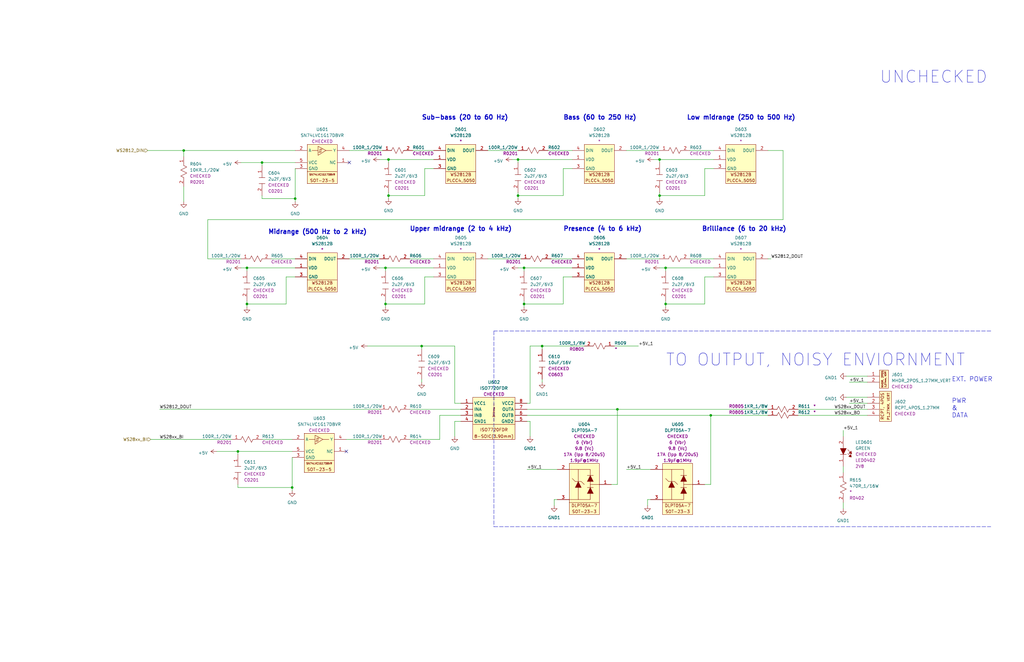
<source format=kicad_sch>
(kicad_sch (version 20230121) (generator eeschema)
  (paper "B")
  (title_block (title "Blender") (date "2023/09/18") (rev "v1.0") (company "Mend0z0") (comment 1 "v1.0") (comment 2 "v1.0") (comment 3 "Siavash Taher Parvar") (comment 4 "_BOM_Blender_v1.0.html") (comment 5 "_HW_Blender.kicad_pcb") (comment 6 "_GBR_Blender_v1.0") (comment 7 "_ASM_Blender_v1.0") (comment 8 "N/A") (comment 9 "Initial version"))
  (junction (at 220.98 113.03))
  (junction (at 162.56 113.03))
  (junction (at 110.49 68.58))
  (junction (at 162.56 128.27))
  (junction (at 299.72 175.26))
  (junction (at 280.67 128.27))
  (junction (at 100.33 190.5))
  (junction (at 124.46 83.82))
  (junction (at 220.98 128.27))
  (junction (at 163.83 82.55))
  (junction (at 260.35 172.72))
  (junction (at 77.47 63.5))
  (junction (at 163.83 67.31))
  (junction (at 280.67 113.03))
  (junction (at 278.13 67.31))
  (junction (at 278.13 82.55))
  (junction (at 123.19 205.74))
  (junction (at 218.44 82.55))
  (junction (at 104.14 128.27))
  (junction (at 218.44 67.31))
  (junction (at 228.6 146.05))
  (junction (at 177.8 146.05))
  (junction (at 104.14 113.03))
  (no_connect (at 146.05 190.5))
  (no_connect (at 147.32 68.58))
  (wire (pts (xy 233.68 210.82) (xy 234.95 210.82)))
  (wire (pts (xy 356.87 158.75) (xy 365.76 158.75)))
  (wire (pts (xy 215.9 67.31) (xy 218.44 67.31)))
  (wire (pts (xy 273.05 213.36) (xy 273.05 210.82)))
  (wire (pts (xy 100.33 190.5) (xy 123.19 190.5)))
  (wire (pts (xy 278.13 113.03) (xy 280.67 113.03)))
  (wire (pts (xy 278.13 67.31) (xy 300.99 67.31)))
  (wire (pts (xy 120.65 116.84) (xy 120.65 128.27)))
  (wire (pts (xy 228.6 146.05) (xy 223.52 146.05)))
  (wire (pts (xy 154.94 146.05) (xy 177.8 146.05)))
  (wire (pts (xy 104.14 113.03) (xy 124.46 113.03)))
  (wire (pts (xy 278.13 68.58) (xy 278.13 67.31)))
  (wire (pts (xy 179.07 128.27) (xy 162.56 128.27)))
  (wire (pts (xy 365.76 172.72) (xy 336.55 172.72)))
  (wire (pts (xy 110.49 83.82) (xy 124.46 83.82)))
  (wire (pts (xy 220.98 113.03) (xy 241.3 113.03)))
  (wire (pts (xy 223.52 146.05) (xy 223.52 170.18)))
  (wire (pts (xy 124.46 116.84) (xy 120.65 116.84)))
  (wire (pts (xy 163.83 67.31) (xy 182.88 67.31)))
  (wire (pts (xy 162.56 128.27) (xy 162.56 127)))
  (wire (pts (xy 179.07 116.84) (xy 179.07 128.27)))
  (wire (pts (xy 297.18 204.47) (xy 299.72 204.47)))
  (wire (pts (xy 110.49 68.58) (xy 124.46 68.58)))
  (wire (pts (xy 290.83 63.5) (xy 300.99 63.5)))
  (wire (pts (xy 218.44 113.03) (xy 220.98 113.03)))
  (wire (pts (xy 172.72 172.72) (xy 194.31 172.72)))
  (wire (pts (xy 110.49 83.82) (xy 110.49 82.55)))
  (wire (pts (xy 241.3 116.84) (xy 237.49 116.84)))
  (wire (pts (xy 300.99 116.84) (xy 297.18 116.84)))
  (wire (pts (xy 87.63 92.71) (xy 87.63 109.22)))
  (wire (pts (xy 237.49 71.12) (xy 237.49 82.55)))
  (wire (pts (xy 260.35 204.47) (xy 260.35 172.72)))
  (wire (pts (xy 101.6 68.58) (xy 110.49 68.58)))
  (wire (pts (xy 358.14 161.29) (xy 365.76 161.29)))
  (wire (pts (xy 63.5 185.42) (xy 97.79 185.42)))
  (wire (pts (xy 185.42 185.42) (xy 185.42 175.26)))
  (wire (pts (xy 163.83 82.55) (xy 163.83 83.82)))
  (wire (pts (xy 356.87 167.64) (xy 365.76 167.64)))
  (wire (pts (xy 275.59 67.31) (xy 278.13 67.31)))
  (wire (pts (xy 260.35 172.72) (xy 323.85 172.72)))
  (wire (pts (xy 163.83 82.55) (xy 163.83 81.28)))
  (wire (pts (xy 365.76 175.26) (xy 336.55 175.26)))
  (wire (pts (xy 100.33 205.74) (xy 100.33 204.47)))
  (wire (pts (xy 355.6 181.61) (xy 355.6 184.15)))
  (wire (pts (xy 67.31 172.72) (xy 160.02 172.72)))
  (wire (pts (xy 100.33 190.5) (xy 100.33 191.77)))
  (wire (pts (xy 297.18 116.84) (xy 297.18 128.27)))
  (wire (pts (xy 163.83 67.31) (xy 163.83 68.58)))
  (wire (pts (xy 222.25 198.12) (xy 234.95 198.12)))
  (wire (pts (xy 77.47 63.5) (xy 124.46 63.5)))
  (wire (pts (xy 358.14 170.18) (xy 365.76 170.18)))
  (wire (pts (xy 231.14 63.5) (xy 241.3 63.5)))
  (wire (pts (xy 273.05 210.82) (xy 274.32 210.82)))
  (wire (pts (xy 104.14 114.3) (xy 104.14 113.03)))
  (wire (pts (xy 162.56 113.03) (xy 182.88 113.03)))
  (wire (pts (xy 264.16 63.5) (xy 278.13 63.5)))
  (wire (pts (xy 179.07 82.55) (xy 163.83 82.55)))
  (wire (pts (xy 280.67 128.27) (xy 280.67 127)))
  (wire (pts (xy 77.47 63.5) (xy 77.47 66.04)))
  (wire (pts (xy 147.32 109.22) (xy 160.02 109.22)))
  (wire (pts (xy 233.68 213.36) (xy 233.68 210.82)))
  (wire (pts (xy 77.47 85.09) (xy 77.47 78.74)))
  (wire (pts (xy 232.41 109.22) (xy 241.3 109.22)))
  (wire (pts (xy 114.3 109.22) (xy 124.46 109.22)))
  (wire (pts (xy 297.18 128.27) (xy 280.67 128.27)))
  (wire (pts (xy 300.99 71.12) (xy 297.18 71.12)))
  (wire (pts (xy 162.56 128.27) (xy 162.56 129.54)))
  (wire (pts (xy 123.19 205.74) (xy 123.19 193.04)))
  (wire (pts (xy 218.44 82.55) (xy 218.44 83.82)))
  (wire (pts (xy 147.32 63.5) (xy 161.29 63.5)))
  (wire (pts (xy 223.52 184.15) (xy 223.52 177.8)))
  (wire (pts (xy 160.02 67.31) (xy 163.83 67.31)))
  (wire (pts (xy 179.07 71.12) (xy 179.07 82.55)))
  (polyline (pts (xy 208.28 139.7) (xy 208.28 222.25)) (stroke (width 0) (type dash)))
  (wire (pts (xy 182.88 116.84) (xy 179.07 116.84)))
  (wire (pts (xy 173.99 63.5) (xy 182.88 63.5)))
  (wire (pts (xy 110.49 68.58) (xy 110.49 69.85)))
  (wire (pts (xy 218.44 82.55) (xy 218.44 81.28)))
  (wire (pts (xy 264.16 109.22) (xy 278.13 109.22)))
  (wire (pts (xy 104.14 128.27) (xy 104.14 127)))
  (wire (pts (xy 280.67 114.3) (xy 280.67 113.03)))
  (wire (pts (xy 191.77 170.18) (xy 191.77 146.05)))
  (wire (pts (xy 278.13 82.55) (xy 278.13 81.28)))
  (wire (pts (xy 246.38 146.05) (xy 228.6 146.05)))
  (wire (pts (xy 191.77 177.8) (xy 191.77 184.15)))
  (wire (pts (xy 269.24 146.05) (xy 259.08 146.05)))
  (wire (pts (xy 228.6 161.29) (xy 228.6 160.02)))
  (wire (pts (xy 87.63 109.22) (xy 101.6 109.22)))
  (wire (pts (xy 120.65 128.27) (xy 104.14 128.27)))
  (wire (pts (xy 330.2 92.71) (xy 87.63 92.71)))
  (wire (pts (xy 124.46 83.82) (xy 124.46 85.09)))
  (wire (pts (xy 228.6 146.05) (xy 228.6 147.32)))
  (wire (pts (xy 220.98 128.27) (xy 220.98 127)))
  (wire (pts (xy 205.74 63.5) (xy 218.44 63.5)))
  (wire (pts (xy 218.44 68.58) (xy 218.44 67.31)))
  (wire (pts (xy 160.02 113.03) (xy 162.56 113.03)))
  (wire (pts (xy 177.8 146.05) (xy 191.77 146.05)))
  (wire (pts (xy 177.8 146.05) (xy 177.8 147.32)))
  (wire (pts (xy 124.46 83.82) (xy 124.46 71.12)))
  (wire (pts (xy 297.18 82.55) (xy 278.13 82.55)))
  (wire (pts (xy 237.49 82.55) (xy 218.44 82.55)))
  (polyline (pts (xy 417.83 139.7) (xy 208.28 139.7)) (stroke (width 0) (type dash)))
  (wire (pts (xy 290.83 109.22) (xy 300.99 109.22)))
  (wire (pts (xy 220.98 114.3) (xy 220.98 113.03)))
  (polyline (pts (xy 208.28 222.25) (xy 417.83 222.25)) (stroke (width 0) (type dash)))
  (wire (pts (xy 325.12 109.22) (xy 323.85 109.22)))
  (wire (pts (xy 62.23 63.5) (xy 77.47 63.5)))
  (wire (pts (xy 323.85 63.5) (xy 330.2 63.5)))
  (wire (pts (xy 172.72 109.22) (xy 182.88 109.22)))
  (wire (pts (xy 222.25 172.72) (xy 260.35 172.72)))
  (wire (pts (xy 237.49 116.84) (xy 237.49 128.27)))
  (wire (pts (xy 172.72 185.42) (xy 185.42 185.42)))
  (wire (pts (xy 162.56 114.3) (xy 162.56 113.03)))
  (wire (pts (xy 280.67 128.27) (xy 280.67 129.54)))
  (wire (pts (xy 220.98 128.27) (xy 220.98 129.54)))
  (wire (pts (xy 177.8 161.29) (xy 177.8 160.02)))
  (wire (pts (xy 355.6 212.09) (xy 355.6 214.63)))
  (wire (pts (xy 218.44 67.31) (xy 241.3 67.31)))
  (wire (pts (xy 100.33 205.74) (xy 123.19 205.74)))
  (wire (pts (xy 110.49 185.42) (xy 123.19 185.42)))
  (wire (pts (xy 299.72 175.26) (xy 323.85 175.26)))
  (wire (pts (xy 280.67 113.03) (xy 300.99 113.03)))
  (wire (pts (xy 91.44 190.5) (xy 100.33 190.5)))
  (wire (pts (xy 299.72 204.47) (xy 299.72 175.26)))
  (wire (pts (xy 185.42 175.26) (xy 194.31 175.26)))
  (wire (pts (xy 123.19 205.74) (xy 123.19 207.01)))
  (wire (pts (xy 101.6 113.03) (xy 104.14 113.03)))
  (wire (pts (xy 355.6 196.85) (xy 355.6 199.39)))
  (wire (pts (xy 194.31 170.18) (xy 191.77 170.18)))
  (wire (pts (xy 257.81 204.47) (xy 260.35 204.47)))
  (wire (pts (xy 191.77 177.8) (xy 194.31 177.8)))
  (wire (pts (xy 223.52 177.8) (xy 222.25 177.8)))
  (wire (pts (xy 205.74 109.22) (xy 219.71 109.22)))
  (wire (pts (xy 297.18 71.12) (xy 297.18 82.55)))
  (wire (pts (xy 278.13 82.55) (xy 278.13 83.82)))
  (wire (pts (xy 104.14 128.27) (xy 104.14 129.54)))
  (wire (pts (xy 264.16 198.12) (xy 274.32 198.12)))
  (wire (pts (xy 223.52 170.18) (xy 222.25 170.18)))
  (wire (pts (xy 241.3 71.12) (xy 237.49 71.12)))
  (wire (pts (xy 237.49 128.27) (xy 220.98 128.27)))
  (wire (pts (xy 330.2 63.5) (xy 330.2 92.71)))
  (wire (pts (xy 182.88 71.12) (xy 179.07 71.12)))
  (wire (pts (xy 222.25 175.26) (xy 299.72 175.26)))
  (wire (pts (xy 146.05 185.42) (xy 160.02 185.42)))
  (text "PWR\n&\nDATA" (at 401.32 176.53 0) (effects (font (size 1.905 1.905)) (justify left bottom)))
  (text "Low midrange (250 to 500 Hz)" (at 289.56 50.8 0) (effects (font (size 1.905 1.905) (thickness 0.381) bold) (justify left bottom)))
  (text "Bass (60 to 250 Hz)" (at 237.49 50.8 0) (effects (font (size 1.905 1.905) (thickness 0.381) bold) (justify left bottom)))
  (text "Brilliance (6 to 20 kHz)" (at 295.91 97.79 0) (effects (font (size 1.905 1.905) (thickness 0.381) bold) (justify left bottom)))
  (text "TO OUTPUT, NOISY ENVIORNMENT" (at 280.67 154.94 0) (effects (font (size 5.08 5.08)) (justify left bottom)))
  (text "Presence (4 to 6 kHz)" (at 237.49 97.79 0) (effects (font (size 1.905 1.905) (thickness 0.381) bold) (justify left bottom)))
  (text "UNCHECKED" (at 370.84 35.56 0) (effects (font (size 5.08 5.08)) (justify left bottom)))
  (text "EXT. POWER" (at 401.32 161.29 0) (effects (font (size 1.905 1.905)) (justify left bottom)))
  (text "Sub-bass (20 to 60 Hz)" (at 177.8 50.8 0) (effects (font (size 1.905 1.905) (thickness 0.381) bold) (justify left bottom)))
  (text "Midrange (500 Hz to 2 kHz)" (at 113.03 99.06 0) (effects (font (size 1.905 1.905) (thickness 0.381) bold) (justify left bottom)))
  (text "Upper midrange (2 to 4 kHz)" (at 172.72 97.79 0) (effects (font (size 1.905 1.905) (thickness 0.381) bold) (justify left bottom)))
  (label "WS2812_DOUT" (at 325.12 109.22 0))
  (label "+5V_1" (at 222.25 198.12 0))
  (label "WS28xx_BI" (at 67.31 185.42 0))
  (label "WS2812_DOUT" (at 67.31 172.72 0))
  (label "+5V_1" (at 264.16 198.12 0))
  (label "WS28xx_DOUT" (at 351.79 172.72 0))
  (label "+5V_1" (at 358.14 161.29 0))
  (label "WS28xx_BO" (at 351.79 175.26 0))
  (label "+5V_1" (at 355.6 181.61 0))
  (label "+5V_1" (at 358.14 170.18 0))
  (label "+5V_1" (at 269.24 146.05 0))
  (hierarchical_label "WS28xx_BI" (shape input) (at 63.5 185.42 180))
  (hierarchical_label "WS2812_DIN" (shape input) (at 62.23 63.5 180))
  (symbol (lib_id "_SCHLIB_Blender:RES_100R_1/20W-R0201") (at 160.02 185.42 0) (unit 1)
    (property "Reference" "R614" (at 175.26 184.15 0))
    (property "Value" "100R_1/20W" (at 154.94 184.15 0))
    (property "Footprint" "Resistor_SMD:R_0201_0603Metric" (effects hide))
    (property "Datasheet" "https://www.seielect.com/Catalog/SEI-RMCF_RMCP.pdf" (effects hide))
    (property "Description" "100 Ohms ±1% 0.05W, 1/20W Chip Resistor 0201 (0603 Metric) Thick Film" (effects hide))
    (property "Part Number" "RMCF0201FT100R" (effects hide))
    (property "Link" "https://www.digikey.ca/en/products/detail/stackpole-electronics-inc/RMCF0201FT100R/1714988" (effects hide))
    (property "SCH CHECK" "CHECKED" (at 172.72 186.69 0) (effects (justify left)))
    (property "Package" "R0201" (at 154.94 186.69 0) (effects (justify left)))
  )
  (symbol (lib_id "_SCHLIB_Blender:CAP_2u2F/6V3_C0201") (at 177.8 147.32 270) (unit 1)
    (property "Reference" "C609" (at 180.34 150.495 90) (effects (justify left)))
    (property "Value" "2u2F/6V3" (at 180.34 153.035 90) (effects (justify left)))
    (property "Footprint" "Capacitor_SMD:C_0201_0603Metric" (effects hide))
    (property "Datasheet" "https://ele.kyocera.com/assets/products/capacitor/CM_Series_e.pdf" (effects hide))
    (property "Description" "2.2 µF ±20% 6.3V Ceramic Capacitor X5R 0201 (0603 Metric)" (effects hide))
    (property "Part Number" "CM03X5R225M06AH" (effects hide))
    (property "Link" "https://www.digikey.ca/en/products/detail/kyocera-avx/CM03X5R225M06AH/10815044" (effects hide))
    (property "SCH CHECK" "CHECKED" (at 180.34 155.575 90) (effects (justify left)))
    (property "Package" "C0201" (at 180.34 158.115 90) (effects (justify left)))
  )
  (symbol (lib_id "_SCHLIB_Blender:RES_100R_1/20W-R0201") (at 278.13 63.5 0) (unit 1)
    (property "Reference" "R603" (at 293.37 62.23 0))
    (property "Value" "100R_1/20W" (at 271.78 62.23 0))
    (property "Footprint" "Resistor_SMD:R_0201_0603Metric" (effects hide))
    (property "Datasheet" "https://www.seielect.com/Catalog/SEI-RMCF_RMCP.pdf" (effects hide))
    (property "Description" "100 Ohms ±1% 0.05W, 1/20W Chip Resistor 0201 (0603 Metric) Thick Film" (effects hide))
    (property "Part Number" "RMCF0201FT100R" (effects hide))
    (property "Link" "https://www.digikey.ca/en/products/detail/stackpole-electronics-inc/RMCF0201FT100R/1714988" (effects hide))
    (property "SCH CHECK" "CHECKED" (at 290.83 64.77 0) (effects (justify left)))
    (property "Package" "R0201" (at 271.78 64.77 0) (effects (justify left)))
  )
  (symbol (lib_id "_SCHLIB_Blender:LED_WS2812B_5050") (at 246.38 106.68 0) (unit 1)
    (property "Reference" "D606" (at 252.73 100.33 0))
    (property "Value" "WS2812B" (at 252.73 102.87 0))
    (property "Footprint" "_PCBLIB_Blender:LED_WS2812B_PLCC4_5.0x5.0mm_P3.2mm" (effects hide))
    (property "Datasheet" "http://cdn.sparkfun.com/datasheets/BreakoutBoards/WS2812B.pdf" (effects hide))
    (property "Description" "Addressable Lighting - LED Serial NRZ (Shift Register) Red, Green, Blue (RGB)" (effects hide))
    (property "Part Number" "COM-16347" (effects hide))
    (property "Link" "https://www.digikey.ca/en/products/detail/sparkfun-electronics/COM-16347/11630204" (effects hide))
    (property "SCH CHECK" "*" (at 252.73 105.41 0))
  )
  (symbol (lib_id "power:GND") (at 220.98 129.54 0) (unit 1)
    (property "Reference" "#PWR0616" (effects hide))
    (property "Value" "GND" (at 220.98 134.62 0))
  )
  (symbol (lib_id "_SCHLIB_Blender:LED_WS2812B_5050") (at 246.38 60.96 0) (unit 1)
    (property "Reference" "D602" (at 252.73 54.61 0))
    (property "Value" "WS2812B" (at 252.73 57.15 0))
    (property "Footprint" "_PCBLIB_Blender:LED_WS2812B_PLCC4_5.0x5.0mm_P3.2mm" (effects hide))
    (property "Datasheet" "http://cdn.sparkfun.com/datasheets/BreakoutBoards/WS2812B.pdf" (effects hide))
    (property "Description" "Addressable Lighting - LED Serial NRZ (Shift Register) Red, Green, Blue (RGB)" (effects hide))
    (property "Part Number" "COM-16347" (effects hide))
    (property "Link" "https://www.digikey.ca/en/products/detail/sparkfun-electronics/COM-16347/11630204" (effects hide))
    (property "SCH CHECK" "*" (at 252.73 59.69 0))
  )
  (symbol (lib_id "_SCHLIB_Blender:BUF_SN74LVC1G17DBVR_SOT-23-5") (at 128.27 182.88 0) (unit 1)
    (property "Reference" "U603" (at 134.62 176.53 0))
    (property "Value" "SN74LVC1G17DBVR" (at 134.62 179.07 0))
    (property "Footprint" "Package_TO_SOT_SMD:SOT-23-5" (effects hide))
    (property "Datasheet" "https://www.ti.com/general/docs/suppproductinfo.tsp?distId=10&gotoUrl=https%3A%2F%2Fwww.ti.com%2Flit%2Fgpn%2Fsn74lvc1g17" (effects hide))
    (property "Description" "Buffer, Non-Inverting 1 Element 1 Bit per Element Push-Pull Output SOT-23-5" (effects hide))
    (property "Part Number" "SN74LVC1G17DBVR" (effects hide))
    (property "Link" "https://www.digikey.ca/en/products/detail/texas-instruments/SN74LVC1G17DBVR/389051" (effects hide))
    (property "SCH CHECK" "CHECKED" (at 134.62 181.61 0))
  )
  (symbol (lib_id "_SCHLIB_Blender:RES_100R_1/20W-R0201") (at 278.13 109.22 0) (unit 1)
    (property "Reference" "R608" (at 293.37 107.95 0))
    (property "Value" "100R_1/20W" (at 271.78 107.95 0))
    (property "Footprint" "Resistor_SMD:R_0201_0603Metric" (effects hide))
    (property "Datasheet" "https://www.seielect.com/Catalog/SEI-RMCF_RMCP.pdf" (effects hide))
    (property "Description" "100 Ohms ±1% 0.05W, 1/20W Chip Resistor 0201 (0603 Metric) Thick Film" (effects hide))
    (property "Part Number" "RMCF0201FT100R" (effects hide))
    (property "Link" "https://www.digikey.ca/en/products/detail/stackpole-electronics-inc/RMCF0201FT100R/1714988" (effects hide))
    (property "SCH CHECK" "CHECKED" (at 290.83 110.49 0) (effects (justify left)))
    (property "Package" "R0201" (at 271.78 110.49 0) (effects (justify left)))
  )
  (symbol (lib_id "_SCHLIB_Blender:CAP_2u2F/6V3_C0201") (at 104.14 114.3 270) (unit 1)
    (property "Reference" "C605" (at 106.68 117.475 90) (effects (justify left)))
    (property "Value" "2u2F/6V3" (at 106.68 120.015 90) (effects (justify left)))
    (property "Footprint" "Capacitor_SMD:C_0201_0603Metric" (effects hide))
    (property "Datasheet" "https://ele.kyocera.com/assets/products/capacitor/CM_Series_e.pdf" (effects hide))
    (property "Description" "2.2 µF ±20% 6.3V Ceramic Capacitor X5R 0201 (0603 Metric)" (effects hide))
    (property "Part Number" "CM03X5R225M06AH" (effects hide))
    (property "Link" "https://www.digikey.ca/en/products/detail/kyocera-avx/CM03X5R225M06AH/10815044" (effects hide))
    (property "SCH CHECK" "CHECKED" (at 106.68 122.555 90) (effects (justify left)))
    (property "Package" "C0201" (at 106.68 125.095 90) (effects (justify left)))
  )
  (symbol (lib_id "_SCHLIB_Blender:LED_GREEN_0402") (at 355.6 184.15 270) (unit 1)
    (property "Reference" "LED601" (at 360.68 186.6265 90) (effects (justify left)))
    (property "Value" "GREEN" (at 360.68 189.1665 90) (effects (justify left)))
    (property "Footprint" "LED_SMD:LED_0402_1005Metric" (effects hide))
    (property "Datasheet" "https://media.digikey.com/pdf/Data%20Sheets/Harvatek%20PDFs/B2841NG--05D000514U1930.pdf" (effects hide))
    (property "Description" "Green 529nm LED Indication - Discrete 2.8V 0402 (1005 Metric)" (effects hide))
    (property "Part Number" "B2841NG--05D000514U1930" (effects hide))
    (property "Link" "https://www.digikey.ca/en/products/detail/harvatek-corporation/B2841NG-05D000514U1930/16729536" (effects hide))
    (property "SCH CHECK" "CHECKED" (at 360.68 191.7065 90) (effects (justify left)))
    (property "Package" "LED0402" (at 360.68 194.2465 90) (effects (justify left)))
    (property "VOLTAGE RATED" "2V8" (at 360.68 196.7865 90) (effects (justify left)))
  )
  (symbol (lib_id "_SCHLIB_Blender:RES_100R_1/20W-R0201") (at 101.6 109.22 0) (unit 1)
    (property "Reference" "R605" (at 116.84 107.95 0))
    (property "Value" "100R_1/20W" (at 95.25 107.95 0))
    (property "Footprint" "Resistor_SMD:R_0201_0603Metric" (effects hide))
    (property "Datasheet" "https://www.seielect.com/Catalog/SEI-RMCF_RMCP.pdf" (effects hide))
    (property "Description" "100 Ohms ±1% 0.05W, 1/20W Chip Resistor 0201 (0603 Metric) Thick Film" (effects hide))
    (property "Part Number" "RMCF0201FT100R" (effects hide))
    (property "Link" "https://www.digikey.ca/en/products/detail/stackpole-electronics-inc/RMCF0201FT100R/1714988" (effects hide))
    (property "SCH CHECK" "CHECKED" (at 114.3 110.49 0) (effects (justify left)))
    (property "Package" "R0201" (at 95.25 110.49 0) (effects (justify left)))
  )
  (symbol (lib_id "power:+5V") (at 215.9 67.31 90) (unit 1)
    (property "Reference" "#PWR0602" (effects hide))
    (property "Value" "+5V" (at 212.09 67.945 90) (effects (justify left)))
  )
  (symbol (lib_id "_SCHLIB_Blender:RES_470R_1/16W_R0402") (at 355.6 199.39 270) (unit 1)
    (property "Reference" "R615" (at 358.14 202.565 90) (effects (justify left)))
    (property "Value" "470R_1/16W" (at 358.14 205.105 90) (effects (justify left)))
    (property "Footprint" "Resistor_SMD:R_0402_1005Metric" (effects hide))
    (property "Datasheet" "https://www.te.com/usa-en/product-1-2176338-7.datasheet.pdf" (effects hide))
    (property "Description" "470 Ohms ±5% 0.063W, 1/16W Chip Resistor 0402 (1005 Metric) Automotive AEC-Q200, Moisture Resistant Thick Film" (effects hide))
    (property "Part Number" "CRGCQ0402J470R" (effects hide))
    (property "Link" "https://www.digikey.ca/en/products/detail/te-connectivity-passive-product/CRGCQ0402J470R/8576648" (effects hide))
    (property "SCH CHECK" "*" (at 358.14 207.645 90) (effects (justify left)))
    (property "Package" "R0402" (at 358.14 210.185 90) (effects (justify left)))
  )
  (symbol (lib_id "_SCHLIB_Blender:RES_100R_1/20W-R0201") (at 97.79 185.42 0) (unit 1)
    (property "Reference" "R613" (at 113.03 184.15 0))
    (property "Value" "100R_1/20W" (at 91.44 184.15 0))
    (property "Footprint" "Resistor_SMD:R_0201_0603Metric" (effects hide))
    (property "Datasheet" "https://www.seielect.com/Catalog/SEI-RMCF_RMCP.pdf" (effects hide))
    (property "Description" "100 Ohms ±1% 0.05W, 1/20W Chip Resistor 0201 (0603 Metric) Thick Film" (effects hide))
    (property "Part Number" "RMCF0201FT100R" (effects hide))
    (property "Link" "https://www.digikey.ca/en/products/detail/stackpole-electronics-inc/RMCF0201FT100R/1714988" (effects hide))
    (property "SCH CHECK" "CHECKED" (at 110.49 186.69 0) (effects (justify left)))
    (property "Package" "R0201" (at 91.44 186.69 0) (effects (justify left)))
  )
  (symbol (lib_id "power:GND") (at 104.14 129.54 0) (unit 1)
    (property "Reference" "#PWR0614" (effects hide))
    (property "Value" "GND" (at 104.14 134.62 0))
  )
  (symbol (lib_id "_SCHLIB_Blender:CAP_2u2F/6V3_C0201") (at 100.33 191.77 270) (unit 1)
    (property "Reference" "C611" (at 102.87 194.945 90) (effects (justify left)))
    (property "Value" "2u2F/6V3" (at 102.87 197.485 90) (effects (justify left)))
    (property "Footprint" "Capacitor_SMD:C_0201_0603Metric" (effects hide))
    (property "Datasheet" "https://ele.kyocera.com/assets/products/capacitor/CM_Series_e.pdf" (effects hide))
    (property "Description" "2.2 µF ±20% 6.3V Ceramic Capacitor X5R 0201 (0603 Metric)" (effects hide))
    (property "Part Number" "CM03X5R225M06AH" (effects hide))
    (property "Link" "https://www.digikey.ca/en/products/detail/kyocera-avx/CM03X5R225M06AH/10815044" (effects hide))
    (property "SCH CHECK" "CHECKED" (at 102.87 200.025 90) (effects (justify left)))
    (property "Package" "C0201" (at 102.87 202.565 90) (effects (justify left)))
  )
  (symbol (lib_id "power:GND") (at 163.83 83.82 0) (unit 1)
    (property "Reference" "#PWR0605" (effects hide))
    (property "Value" "GND" (at 163.83 88.9 0))
  )
  (symbol (lib_id "power:+5V") (at 160.02 67.31 90) (unit 1)
    (property "Reference" "#PWR0601" (effects hide))
    (property "Value" "+5V" (at 156.21 67.945 90) (effects (justify left)))
  )
  (symbol (lib_id "power:GND") (at 191.77 184.15 0) (unit 1)
    (property "Reference" "#PWR0623" (effects hide))
    (property "Value" "GND" (at 191.77 189.23 0))
    (instances (project "_HW_Blender" (path "" (reference "#PWR0623") (unit 1))) (project "_HW_ToslinkToDMX" (path "" (reference "#PWR0305") (unit 1)) (path "" (reference "#PWR0623") (unit 1))))
  )
  (symbol (lib_id "_SCHLIB_Blender:IC_ISO7720FDR") (at 199.39 167.64 0) (unit 1)
    (property "Reference" "U602" (at 208.28 161.29 0))
    (property "Value" "ISO7720FDR" (at 208.28 163.83 0))
    (property "Footprint" "Package_SO:SOIC-8_3.9x4.9mm_P1.27mm" (effects hide))
    (property "Datasheet" "https://www.ti.com/general/docs/suppproductinfo.tsp?distId=10&gotoUrl=https%3A%2F%2Fwww.ti.com%2Flit%2Fgpn%2Fiso7720" (effects hide))
    (property "Description" "General Purpose Digital Isolator 3000Vrms 2 Channel 100Mbps 85kV/µs CMTI 8-SOIC (0.154\", 3.90mm Width)" (effects hide))
    (property "Part Number" "ISO7720FDR" (effects hide))
    (property "Link" "https://www.digikey.ca/en/products/detail/texas-instruments/ISO7720FDR/7173735" (effects hide))
    (property "SCH CHECK" "CHECKED" (at 208.28 166.37 0))
  )
  (symbol (lib_id "power:+5V") (at 275.59 67.31 90) (unit 1)
    (property "Reference" "#PWR0603" (effects hide))
    (property "Value" "+5V" (at 271.78 67.945 90) (effects (justify left)))
  )
  (symbol (lib_id "_SCHLIB_Blender:CAP_2u2F/6V3_C0201") (at 163.83 68.58 270) (unit 1)
    (property "Reference" "C601" (at 166.37 71.755 90) (effects (justify left)))
    (property "Value" "2u2F/6V3" (at 166.37 74.295 90) (effects (justify left)))
    (property "Footprint" "Capacitor_SMD:C_0201_0603Metric" (effects hide))
    (property "Datasheet" "https://ele.kyocera.com/assets/products/capacitor/CM_Series_e.pdf" (effects hide))
    (property "Description" "2.2 µF ±20% 6.3V Ceramic Capacitor X5R 0201 (0603 Metric)" (effects hide))
    (property "Part Number" "CM03X5R225M06AH" (effects hide))
    (property "Link" "https://www.digikey.ca/en/products/detail/kyocera-avx/CM03X5R225M06AH/10815044" (effects hide))
    (property "SCH CHECK" "CHECKED" (at 166.37 76.835 90) (effects (justify left)))
    (property "Package" "C0201" (at 166.37 79.375 90) (effects (justify left)))
  )
  (symbol (lib_id "power:+5V") (at 218.44 113.03 90) (unit 1)
    (property "Reference" "#PWR0612" (effects hide))
    (property "Value" "+5V" (at 214.63 113.665 90) (effects (justify left)))
  )
  (symbol (lib_id "_SCHLIB_Blender:RES_1KR_1/8W_R0805") (at 323.85 175.26 0) (unit 1)
    (property "Reference" "R612" (at 339.09 173.99 0))
    (property "Value" "1KR_1/8W" (at 318.77 173.99 0))
    (property "Footprint" "Resistor_SMD:R_0805_2012Metric" (effects hide))
    (property "Datasheet" "https://www.te.com/usa-en/product-1-2176342-9.datasheet.pdf" (effects hide))
    (property "Description" "1 kOhms ±5% 0.125W, 1/8W Chip Resistor 0805 (2012 Metric) Automotive AEC-Q200, Moisture Resistant Thick Film" (effects hide))
    (property "Part Number" "CRGCQ0805J1K0" (effects hide))
    (property "Link" "https://www.digikey.ca/en/products/detail/te-connectivity-passive-product/CRGCQ0805J1K0/8576736" (effects hide))
    (property "SCH CHECK" "*" (at 342.9 173.99 0) (effects (justify left)))
    (property "Package" "R0805" (at 307.34 173.99 0) (effects (justify left)))
  )
  (symbol (lib_id "_SCHLIB_Blender:CAP_2u2F/6V3_C0201") (at 110.49 69.85 270) (unit 1)
    (property "Reference" "C604" (at 113.03 73.025 90) (effects (justify left)))
    (property "Value" "2u2F/6V3" (at 113.03 75.565 90) (effects (justify left)))
    (property "Footprint" "Capacitor_SMD:C_0201_0603Metric" (effects hide))
    (property "Datasheet" "https://ele.kyocera.com/assets/products/capacitor/CM_Series_e.pdf" (effects hide))
    (property "Description" "2.2 µF ±20% 6.3V Ceramic Capacitor X5R 0201 (0603 Metric)" (effects hide))
    (property "Part Number" "CM03X5R225M06AH" (effects hide))
    (property "Link" "https://www.digikey.ca/en/products/detail/kyocera-avx/CM03X5R225M06AH/10815044" (effects hide))
    (property "SCH CHECK" "CHECKED" (at 113.03 78.105 90) (effects (justify left)))
    (property "Package" "C0201" (at 113.03 80.645 90) (effects (justify left)))
  )
  (symbol (lib_id "_SCHLIB_Blender:RES_100R_1/20W-R0201") (at 219.71 109.22 0) (unit 1)
    (property "Reference" "R607" (at 234.95 107.95 0))
    (property "Value" "100R_1/20W" (at 213.36 107.95 0))
    (property "Footprint" "Resistor_SMD:R_0201_0603Metric" (effects hide))
    (property "Datasheet" "https://www.seielect.com/Catalog/SEI-RMCF_RMCP.pdf" (effects hide))
    (property "Description" "100 Ohms ±1% 0.05W, 1/20W Chip Resistor 0201 (0603 Metric) Thick Film" (effects hide))
    (property "Part Number" "RMCF0201FT100R" (effects hide))
    (property "Link" "https://www.digikey.ca/en/products/detail/stackpole-electronics-inc/RMCF0201FT100R/1714988" (effects hide))
    (property "SCH CHECK" "CHECKED" (at 232.41 110.49 0) (effects (justify left)))
    (property "Package" "R0201" (at 213.36 110.49 0) (effects (justify left)))
  )
  (symbol (lib_id "power:GND") (at 162.56 129.54 0) (unit 1)
    (property "Reference" "#PWR0615" (effects hide))
    (property "Value" "GND" (at 162.56 134.62 0))
  )
  (symbol (lib_id "_SCHLIB_Blender:RES_10KR_1/20W-R0201") (at 77.47 66.04 270) (unit 1)
    (property "Reference" "R604" (at 80.01 69.215 90) (effects (justify left)))
    (property "Value" "10KR_1/20W" (at 80.01 71.755 90) (effects (justify left)))
    (property "Footprint" "Resistor_SMD:R_0201_0603Metric" (effects hide))
    (property "Datasheet" "https://www.seielect.com/Catalog/SEI-RMCF_RMCP.pdf" (effects hide))
    (property "Description" "10 kOhms ±1% 0.05W, 1/20W Chip Resistor 0201 (0603 Metric) Thick Film" (effects hide))
    (property "Part Number" "RMCF0201FT10K0" (effects hide))
    (property "Link" "https://www.digikey.ca/en/products/detail/stackpole-electronics-inc/RMCF0201FT10K0/1714990" (effects hide))
    (property "SCH CHECK" "CHECKED" (at 80.01 74.295 90) (effects (justify left)))
    (property "Package" "R0201" (at 80.01 76.835 90) (effects (justify left)))
  )
  (symbol (lib_id "_SCHLIB_Blender:RES_100R_1/8W_R0805") (at 259.08 146.05 180) (unit 1)
    (property "Reference" "R609" (at 261.62 144.78 0))
    (property "Value" "100R_1/8W" (at 241.3 144.78 0))
    (property "Footprint" "Resistor_SMD:R_0805_2012Metric" (effects hide))
    (property "Datasheet" "https://www.te.com/usa-en/product-1-2176342-3.datasheet.pdf" (effects hide))
    (property "Description" "100 Ohms ±5% 0.125W, 1/8W Chip Resistor 0805 (2012 Metric) Automotive AEC-Q200, Moisture Resistant Thick Film" (effects hide))
    (property "Part Number" "CRGCQ0805J100R" (effects hide))
    (property "Link" "https://www.digikey.ca/en/products/detail/te-connectivity-passive-product/CRGCQ0805J100R/8576730" (effects hide))
    (property "SCH CHECK" "*" (at 260.35 147.32 0) (effects (justify left)))
    (property "Package" "R0805" (at 246.38 147.32 0) (effects (justify left)))
  )
  (symbol (lib_id "_SCHLIB_Blender:CAP_2u2F/6V3_C0201") (at 162.56 114.3 270) (unit 1)
    (property "Reference" "C606" (at 165.1 117.475 90) (effects (justify left)))
    (property "Value" "2u2F/6V3" (at 165.1 120.015 90) (effects (justify left)))
    (property "Footprint" "Capacitor_SMD:C_0201_0603Metric" (effects hide))
    (property "Datasheet" "https://ele.kyocera.com/assets/products/capacitor/CM_Series_e.pdf" (effects hide))
    (property "Description" "2.2 µF ±20% 6.3V Ceramic Capacitor X5R 0201 (0603 Metric)" (effects hide))
    (property "Part Number" "CM03X5R225M06AH" (effects hide))
    (property "Link" "https://www.digikey.ca/en/products/detail/kyocera-avx/CM03X5R225M06AH/10815044" (effects hide))
    (property "SCH CHECK" "CHECKED" (at 165.1 122.555 90) (effects (justify left)))
    (property "Package" "C0201" (at 165.1 125.095 90) (effects (justify left)))
  )
  (symbol (lib_id "_SCHLIB_Blender:LED_WS2812B_5050") (at 306.07 106.68 0) (unit 1)
    (property "Reference" "D607" (at 312.42 100.33 0))
    (property "Value" "WS2812B" (at 312.42 102.87 0))
    (property "Footprint" "_PCBLIB_Blender:LED_WS2812B_PLCC4_5.0x5.0mm_P3.2mm" (effects hide))
    (property "Datasheet" "http://cdn.sparkfun.com/datasheets/BreakoutBoards/WS2812B.pdf" (effects hide))
    (property "Description" "Addressable Lighting - LED Serial NRZ (Shift Register) Red, Green, Blue (RGB)" (effects hide))
    (property "Part Number" "COM-16347" (effects hide))
    (property "Link" "https://www.digikey.ca/en/products/detail/sparkfun-electronics/COM-16347/11630204" (effects hide))
    (property "SCH CHECK" "*" (at 312.42 105.41 0))
  )
  (symbol (lib_id "power:GND") (at 278.13 83.82 0) (unit 1)
    (property "Reference" "#PWR0607" (effects hide))
    (property "Value" "GND" (at 278.13 88.9 0))
  )
  (symbol (lib_id "power:GND") (at 280.67 129.54 0) (unit 1)
    (property "Reference" "#PWR0617" (effects hide))
    (property "Value" "GND" (at 280.67 134.62 0))
  )
  (symbol (lib_id "power:+5V") (at 154.94 146.05 90) (unit 1)
    (property "Reference" "#PWR0618" (effects hide))
    (property "Value" "+5V" (at 151.13 146.685 90) (effects (justify left)))
    (instances (project "_HW_Blender" (path "" (reference "#PWR0618") (unit 1))) (project "_HW_ToslinkToDMX" (path "" (reference "#PWR0304") (unit 1)) (path "" (reference "#PWR0618") (unit 1))))
  )
  (symbol (lib_id "power:GND1") (at 273.05 213.36 0) (unit 1)
    (property "Reference" "#PWR0628" (effects hide))
    (property "Value" "GND1" (at 273.05 218.44 0))
  )
  (symbol (lib_id "_SCHLIB_Blender:LED_WS2812B_5050") (at 187.96 106.68 0) (unit 1)
    (property "Reference" "D605" (at 194.31 100.33 0))
    (property "Value" "WS2812B" (at 194.31 102.87 0))
    (property "Footprint" "_PCBLIB_Blender:LED_WS2812B_PLCC4_5.0x5.0mm_P3.2mm" (effects hide))
    (property "Datasheet" "http://cdn.sparkfun.com/datasheets/BreakoutBoards/WS2812B.pdf" (effects hide))
    (property "Description" "Addressable Lighting - LED Serial NRZ (Shift Register) Red, Green, Blue (RGB)" (effects hide))
    (property "Part Number" "COM-16347" (effects hide))
    (property "Link" "https://www.digikey.ca/en/products/detail/sparkfun-electronics/COM-16347/11630204" (effects hide))
    (property "SCH CHECK" "*" (at 194.31 105.41 0))
  )
  (symbol (lib_id "_SCHLIB_Blender:LED_WS2812B_5050") (at 187.96 60.96 0) (unit 1)
    (property "Reference" "D601" (at 194.31 54.61 0))
    (property "Value" "WS2812B" (at 194.31 57.15 0))
    (property "Footprint" "_PCBLIB_Blender:LED_WS2812B_PLCC4_5.0x5.0mm_P3.2mm" (effects hide))
    (property "Datasheet" "http://cdn.sparkfun.com/datasheets/BreakoutBoards/WS2812B.pdf" (effects hide))
    (property "Description" "Addressable Lighting - LED Serial NRZ (Shift Register) Red, Green, Blue (RGB)" (effects hide))
    (property "Part Number" "COM-16347" (effects hide))
    (property "Link" "https://www.digikey.ca/en/products/detail/sparkfun-electronics/COM-16347/11630204" (effects hide))
    (property "SCH CHECK" "*" (at 194.31 59.69 0))
  )
  (symbol (lib_id "power:GND") (at 218.44 83.82 0) (unit 1)
    (property "Reference" "#PWR0606" (effects hide))
    (property "Value" "GND" (at 218.44 88.9 0))
  )
  (symbol (lib_id "power:GND") (at 177.8 161.29 0) (unit 1)
    (property "Reference" "#PWR0620" (effects hide))
    (property "Value" "GND" (at 177.8 166.37 0))
    (instances (project "_HW_Blender" (path "" (reference "#PWR0620") (unit 1))) (project "_HW_ToslinkToDMX" (path "" (reference "#PWR0305") (unit 1)) (path "" (reference "#PWR0620") (unit 1))))
  )
  (symbol (lib_id "_SCHLIB_Blender:CAP_2u2F/6V3_C0201") (at 218.44 68.58 270) (unit 1)
    (property "Reference" "C602" (at 220.98 71.755 90) (effects (justify left)))
    (property "Value" "2u2F/6V3" (at 220.98 74.295 90) (effects (justify left)))
    (property "Footprint" "Capacitor_SMD:C_0201_0603Metric" (effects hide))
    (property "Datasheet" "https://ele.kyocera.com/assets/products/capacitor/CM_Series_e.pdf" (effects hide))
    (property "Description" "2.2 µF ±20% 6.3V Ceramic Capacitor X5R 0201 (0603 Metric)" (effects hide))
    (property "Part Number" "CM03X5R225M06AH" (effects hide))
    (property "Link" "https://www.digikey.ca/en/products/detail/kyocera-avx/CM03X5R225M06AH/10815044" (effects hide))
    (property "SCH CHECK" "CHECKED" (at 220.98 76.835 90) (effects (justify left)))
    (property "Package" "C0201" (at 220.98 79.375 90) (effects (justify left)))
  )
  (symbol (lib_id "power:+5V") (at 278.13 113.03 90) (unit 1)
    (property "Reference" "#PWR0613" (effects hide))
    (property "Value" "+5V" (at 274.32 113.665 90) (effects (justify left)))
  )
  (symbol (lib_id "power:+5V") (at 160.02 113.03 90) (unit 1)
    (property "Reference" "#PWR0611" (effects hide))
    (property "Value" "+5V" (at 156.21 113.665 90) (effects (justify left)))
  )
  (symbol (lib_id "_SCHLIB_Blender:RES_100R_1/20W-R0201") (at 160.02 172.72 0) (unit 1)
    (property "Reference" "R610" (at 175.26 171.45 0))
    (property "Value" "100R_1/20W" (at 154.94 171.45 0))
    (property "Footprint" "Resistor_SMD:R_0201_0603Metric" (effects hide))
    (property "Datasheet" "https://www.seielect.com/Catalog/SEI-RMCF_RMCP.pdf" (effects hide))
    (property "Description" "100 Ohms ±1% 0.05W, 1/20W Chip Resistor 0201 (0603 Metric) Thick Film" (effects hide))
    (property "Part Number" "RMCF0201FT100R" (effects hide))
    (property "Link" "https://www.digikey.ca/en/products/detail/stackpole-electronics-inc/RMCF0201FT100R/1714988" (effects hide))
    (property "SCH CHECK" "CHECKED" (at 172.72 173.99 0) (effects (justify left)))
    (property "Package" "R0201" (at 154.94 173.99 0) (effects (justify left)))
  )
  (symbol (lib_id "power:GND") (at 124.46 85.09 0) (unit 1)
    (property "Reference" "#PWR0609" (effects hide))
    (property "Value" "GND" (at 124.46 90.17 0))
    (instances (project "_HW_Blender" (path "" (reference "#PWR0609") (unit 1))) (project "_HW_ToslinkToDMX" (path "" (reference "#PWR0305") (unit 1)) (path "" (reference "#PWR0609") (unit 1))))
  )
  (symbol (lib_id "power:+5V") (at 101.6 113.03 90) (unit 1)
    (property "Reference" "#PWR0610" (effects hide))
    (property "Value" "+5V" (at 97.79 113.665 90) (effects (justify left)))
  )
  (symbol (lib_id "_SCHLIB_Blender:RES_1KR_1/8W_R0805") (at 323.85 172.72 0) (unit 1)
    (property "Reference" "R611" (at 339.09 171.45 0))
    (property "Value" "1KR_1/8W" (at 318.77 171.45 0))
    (property "Footprint" "Resistor_SMD:R_0805_2012Metric" (effects hide))
    (property "Datasheet" "https://www.te.com/usa-en/product-1-2176342-9.datasheet.pdf" (effects hide))
    (property "Description" "1 kOhms ±5% 0.125W, 1/8W Chip Resistor 0805 (2012 Metric) Automotive AEC-Q200, Moisture Resistant Thick Film" (effects hide))
    (property "Part Number" "CRGCQ0805J1K0" (effects hide))
    (property "Link" "https://www.digikey.ca/en/products/detail/te-connectivity-passive-product/CRGCQ0805J1K0/8576736" (effects hide))
    (property "SCH CHECK" "*" (at 342.9 171.45 0) (effects (justify left)))
    (property "Package" "R0805" (at 307.34 171.45 0) (effects (justify left)))
  )
  (symbol (lib_id "_SCHLIB_Blender:CONN_RCPT_4POS_1.27MM_VERT") (at 365.76 165.1 0) (unit 1)
    (property "Reference" "J602" (at 377.19 169.545 0) (effects (justify left)))
    (property "Value" "RCPT_4POS_1.27MM" (at 377.19 172.085 0) (effects (justify left)))
    (property "Footprint" "Connector_PinHeader_1.27mm:PinHeader_1x04_P1.27mm_Vertical" (effects hide))
    (property "Datasheet" "https://gct.co/files/specs/1.27mm-socket-spec.pdf" (effects hide))
    (property "Description" "4 Position Receptacle Connector 0.050\" (1.27mm) Through Hole Gold" (effects hide))
    (property "Part Number" "BD080-04-A-0230-L-D" (effects hide))
    (property "Link" "https://www.digikey.ca/en/products/detail/gct/BD080-04-A-0230-L-D/13901357" (effects hide))
    (property "SCH CHECK" "CHECKED" (at 377.19 174.625 0) (effects (justify left)))
  )
  (symbol (lib_id "_SCHLIB_Blender:CAP_10uF/16V-C0603") (at 228.6 147.32 270) (unit 1)
    (property "Reference" "C610" (at 231.14 150.495 90) (effects (justify left)))
    (property "Value" "10uF/16V" (at 231.14 153.035 90) (effects (justify left)))
    (property "Footprint" "Capacitor_SMD:C_0603_1608Metric" (effects hide))
    (property "Datasheet" "https://search.murata.co.jp/Ceramy/image/img/A01X/G101/ENG/GRT188R61C106KE13-01.pdf" (effects hide))
    (property "Description" "10 µF ±10% 16V Ceramic Capacitor X5R 0603 (1608 Metric)" (effects hide))
    (property "Part Number" "GRT188R61C106KE13J" (effects hide))
    (property "Link" "https://www.digikey.ca/en/products/detail/murata-electronics/GRT188R61C106KE13J/13904802" (effects hide))
    (property "SCH CHECK" "CHECKED" (at 231.14 155.575 90) (effects (justify left)))
    (property "Package" "C0603" (at 231.14 158.115 90) (effects (justify left)))
  )
  (symbol (lib_id "power:GND1") (at 233.68 213.36 0) (unit 1)
    (property "Reference" "#PWR0627" (effects hide))
    (property "Value" "GND1" (at 233.68 218.44 0))
  )
  (symbol (lib_id "power:+5V") (at 91.44 190.5 90) (unit 1)
    (property "Reference" "#PWR0625" (effects hide))
    (property "Value" "+5V" (at 87.63 191.135 90) (effects (justify left)))
    (instances (project "_HW_Blender" (path "" (reference "#PWR0625") (unit 1))) (project "_HW_ToslinkToDMX" (path "" (reference "#PWR0304") (unit 1)) (path "" (reference "#PWR0625") (unit 1))))
  )
  (symbol (lib_id "_SCHLIB_Blender:TVS_DLPT05A-7_SOT_23") (at 240.03 195.58 0) (unit 1)
    (property "Reference" "U604" (at 246.38 179.07 0))
    (property "Value" "DLPT05A-7" (at 246.38 181.61 0))
    (property "Footprint" "Package_TO_SOT_SMD:SOT-23" (effects hide))
    (property "Datasheet" "https://mm.digikey.com/Volume0/opasdata/d220001/medias/docus/4176/DLPT05A_Rev2-2_Nov2022.pdf" (effects hide))
    (property "Description" "9.8V Clamp 17A (8/20µs) Ipp Tvs Diode Surface Mount SOT-23-3" (effects hide))
    (property "Part Number" "DLPT05A-7" (effects hide))
    (property "Link" "https://www.digikey.ca/en/products/detail/diodes-incorporated/DLPT05A-7/17050612" (effects hide))
    (property "SCH CHECK" "CHECKED" (at 246.38 184.15 0))
    (property "Vbr" "6 (Vbr)" (at 246.38 186.69 0))
    (property "Vc" "9.8 (Vc)" (at 246.38 189.23 0))
    (property "Ipp" "17A (Ipp 8/20uS)" (at 246.38 191.77 0))
    (property "C@F" "1.9pF@1MHz" (at 246.38 194.31 0))
  )
  (symbol (lib_id "power:GND") (at 123.19 207.01 0) (unit 1)
    (property "Reference" "#PWR0626" (effects hide))
    (property "Value" "GND" (at 123.19 212.09 0))
    (instances (project "_HW_Blender" (path "" (reference "#PWR0626") (unit 1))) (project "_HW_ToslinkToDMX" (path "" (reference "#PWR0305") (unit 1)) (path "" (reference "#PWR0626") (unit 1))))
  )
  (symbol (lib_id "power:GND") (at 77.47 85.09 0) (unit 1)
    (property "Reference" "#PWR0608" (effects hide))
    (property "Value" "GND" (at 77.47 90.17 0))
    (instances (project "_HW_Blender" (path "" (reference "#PWR0608") (unit 1))) (project "_HW_ToslinkToDMX" (path "" (reference "#PWR0305") (unit 1)) (path "" (reference "#PWR0608") (unit 1))))
  )
  (symbol (lib_id "power:+5V") (at 101.6 68.58 90) (unit 1)
    (property "Reference" "#PWR0604" (effects hide))
    (property "Value" "+5V" (at 97.79 69.215 90) (effects (justify left)))
    (instances (project "_HW_Blender" (path "" (reference "#PWR0604") (unit 1))) (project "_HW_ToslinkToDMX" (path "" (reference "#PWR0304") (unit 1)) (path "" (reference "#PWR0604") (unit 1))))
  )
  (symbol (lib_id "power:GND1") (at 355.6 214.63 0) (unit 1)
    (property "Reference" "#PWR0629" (effects hide))
    (property "Value" "GND1" (at 355.6 219.71 0))
  )
  (symbol (lib_id "_SCHLIB_Blender:LED_WS2812B_5050") (at 306.07 60.96 0) (unit 1)
    (property "Reference" "D603" (at 312.42 54.61 0))
    (property "Value" "WS2812B" (at 312.42 57.15 0))
    (property "Footprint" "_PCBLIB_Blender:LED_WS2812B_PLCC4_5.0x5.0mm_P3.2mm" (effects hide))
    (property "Datasheet" "http://cdn.sparkfun.com/datasheets/BreakoutBoards/WS2812B.pdf" (effects hide))
    (property "Description" "Addressable Lighting - LED Serial NRZ (Shift Register) Red, Green, Blue (RGB)" (effects hide))
    (property "Part Number" "COM-16347" (effects hide))
    (property "Link" "https://www.digikey.ca/en/products/detail/sparkfun-electronics/COM-16347/11630204" (effects hide))
    (property "SCH CHECK" "*" (at 312.42 59.69 0))
  )
  (symbol (lib_id "_SCHLIB_Blender:CAP_2u2F/6V3_C0201") (at 278.13 68.58 270) (unit 1)
    (property "Reference" "C603" (at 280.67 71.755 90) (effects (justify left)))
    (property "Value" "2u2F/6V3" (at 280.67 74.295 90) (effects (justify left)))
    (property "Footprint" "Capacitor_SMD:C_0201_0603Metric" (effects hide))
    (property "Datasheet" "https://ele.kyocera.com/assets/products/capacitor/CM_Series_e.pdf" (effects hide))
    (property "Description" "2.2 µF ±20% 6.3V Ceramic Capacitor X5R 0201 (0603 Metric)" (effects hide))
    (property "Part Number" "CM03X5R225M06AH" (effects hide))
    (property "Link" "https://www.digikey.ca/en/products/detail/kyocera-avx/CM03X5R225M06AH/10815044" (effects hide))
    (property "SCH CHECK" "CHECKED" (at 280.67 76.835 90) (effects (justify left)))
    (property "Package" "C0201" (at 280.67 79.375 90) (effects (justify left)))
  )
  (symbol (lib_id "power:GND1") (at 356.87 167.64 270) (unit 1)
    (property "Reference" "#PWR0622" (effects hide))
    (property "Value" "GND1" (at 353.06 168.275 90) (effects (justify right)))
  )
  (symbol (lib_id "power:GND1") (at 223.52 184.15 0) (unit 1)
    (property "Reference" "#PWR0624" (effects hide))
    (property "Value" "GND1" (at 223.52 189.23 0))
  )
  (symbol (lib_id "_SCHLIB_Blender:BUF_SN74LVC1G17DBVR_SOT-23-5") (at 129.54 60.96 0) (unit 1)
    (property "Reference" "U601" (at 135.89 54.61 0))
    (property "Value" "SN74LVC1G17DBVR" (at 135.89 57.15 0))
    (property "Footprint" "Package_TO_SOT_SMD:SOT-23-5" (effects hide))
    (property "Datasheet" "https://www.ti.com/general/docs/suppproductinfo.tsp?distId=10&gotoUrl=https%3A%2F%2Fwww.ti.com%2Flit%2Fgpn%2Fsn74lvc1g17" (effects hide))
    (property "Description" "Buffer, Non-Inverting 1 Element 1 Bit per Element Push-Pull Output SOT-23-5" (effects hide))
    (property "Part Number" "SN74LVC1G17DBVR" (effects hide))
    (property "Link" "https://www.digikey.ca/en/products/detail/texas-instruments/SN74LVC1G17DBVR/389051" (effects hide))
    (property "SCH CHECK" "CHECKED" (at 135.89 59.69 0))
  )
  (symbol (lib_id "_SCHLIB_Blender:RES_100R_1/20W-R0201") (at 218.44 63.5 0) (unit 1)
    (property "Reference" "R602" (at 233.68 62.23 0))
    (property "Value" "100R_1/20W" (at 212.09 62.23 0))
    (property "Footprint" "Resistor_SMD:R_0201_0603Metric" (effects hide))
    (property "Datasheet" "https://www.seielect.com/Catalog/SEI-RMCF_RMCP.pdf" (effects hide))
    (property "Description" "100 Ohms ±1% 0.05W, 1/20W Chip Resistor 0201 (0603 Metric) Thick Film" (effects hide))
    (property "Part Number" "RMCF0201FT100R" (effects hide))
    (property "Link" "https://www.digikey.ca/en/products/detail/stackpole-electronics-inc/RMCF0201FT100R/1714988" (effects hide))
    (property "SCH CHECK" "CHECKED" (at 231.14 64.77 0) (effects (justify left)))
    (property "Package" "R0201" (at 212.09 64.77 0) (effects (justify left)))
  )
  (symbol (lib_id "_SCHLIB_Blender:CAP_2u2F/6V3_C0201") (at 220.98 114.3 270) (unit 1)
    (property "Reference" "C607" (at 223.52 117.475 90) (effects (justify left)))
    (property "Value" "2u2F/6V3" (at 223.52 120.015 90) (effects (justify left)))
    (property "Footprint" "Capacitor_SMD:C_0201_0603Metric" (effects hide))
    (property "Datasheet" "https://ele.kyocera.com/assets/products/capacitor/CM_Series_e.pdf" (effects hide))
    (property "Description" "2.2 µF ±20% 6.3V Ceramic Capacitor X5R 0201 (0603 Metric)" (effects hide))
    (property "Part Number" "CM03X5R225M06AH" (effects hide))
    (property "Link" "https://www.digikey.ca/en/products/detail/kyocera-avx/CM03X5R225M06AH/10815044" (effects hide))
    (property "SCH CHECK" "CHECKED" (at 223.52 122.555 90) (effects (justify left)))
    (property "Package" "C0201" (at 223.52 125.095 90) (effects (justify left)))
  )
  (symbol (lib_id "_SCHLIB_Blender:LED_WS2812B_5050") (at 129.54 106.68 0) (unit 1)
    (property "Reference" "D604" (at 135.89 100.33 0))
    (property "Value" "WS2812B" (at 135.89 102.87 0))
    (property "Footprint" "_PCBLIB_Blender:LED_WS2812B_PLCC4_5.0x5.0mm_P3.2mm" (effects hide))
    (property "Datasheet" "http://cdn.sparkfun.com/datasheets/BreakoutBoards/WS2812B.pdf" (effects hide))
    (property "Description" "Addressable Lighting - LED Serial NRZ (Shift Register) Red, Green, Blue (RGB)" (effects hide))
    (property "Part Number" "COM-16347" (effects hide))
    (property "Link" "https://www.digikey.ca/en/products/detail/sparkfun-electronics/COM-16347/11630204" (effects hide))
    (property "SCH CHECK" "*" (at 135.89 105.41 0))
  )
  (symbol (lib_id "_SCHLIB_Blender:TVS_DLPT05A-7_SOT_23") (at 279.4 195.58 0) (unit 1)
    (property "Reference" "U605" (at 285.75 179.07 0))
    (property "Value" "DLPT05A-7" (at 285.75 181.61 0))
    (property "Footprint" "Package_TO_SOT_SMD:SOT-23" (effects hide))
    (property "Datasheet" "https://mm.digikey.com/Volume0/opasdata/d220001/medias/docus/4176/DLPT05A_Rev2-2_Nov2022.pdf" (effects hide))
    (property "Description" "9.8V Clamp 17A (8/20µs) Ipp Tvs Diode Surface Mount SOT-23-3" (effects hide))
    (property "Part Number" "DLPT05A-7" (effects hide))
    (property "Link" "https://www.digikey.ca/en/products/detail/diodes-incorporated/DLPT05A-7/17050612" (effects hide))
    (property "SCH CHECK" "CHECKED" (at 285.75 184.15 0))
    (property "Vbr" "6 (Vbr)" (at 285.75 186.69 0))
    (property "Vc" "9.8 (Vc)" (at 285.75 189.23 0))
    (property "Ipp" "17A (Ipp 8/20uS)" (at 285.75 191.77 0))
    (property "C@F" "1.9pF@1MHz" (at 285.75 194.31 0))
  )
  (symbol (lib_id "_SCHLIB_Blender:RES_100R_1/20W-R0201") (at 160.02 109.22 0) (unit 1)
    (property "Reference" "R606" (at 175.26 107.95 0))
    (property "Value" "100R_1/20W" (at 153.67 107.95 0))
    (property "Footprint" "Resistor_SMD:R_0201_0603Metric" (effects hide))
    (property "Datasheet" "https://www.seielect.com/Catalog/SEI-RMCF_RMCP.pdf" (effects hide))
    (property "Description" "100 Ohms ±1% 0.05W, 1/20W Chip Resistor 0201 (0603 Metric) Thick Film" (effects hide))
    (property "Part Number" "RMCF0201FT100R" (effects hide))
    (property "Link" "https://www.digikey.ca/en/products/detail/stackpole-electronics-inc/RMCF0201FT100R/1714988" (effects hide))
    (property "SCH CHECK" "CHECKED" (at 172.72 110.49 0) (effects (justify left)))
    (property "Package" "R0201" (at 153.67 110.49 0) (effects (justify left)))
  )
  (symbol (lib_id "_SCHLIB_Blender:RES_100R_1/20W-R0201") (at 161.29 63.5 0) (unit 1)
    (property "Reference" "R601" (at 176.53 62.23 0))
    (property "Value" "100R_1/20W" (at 154.94 62.23 0))
    (property "Footprint" "Resistor_SMD:R_0201_0603Metric" (effects hide))
    (property "Datasheet" "https://www.seielect.com/Catalog/SEI-RMCF_RMCP.pdf" (effects hide))
    (property "Description" "100 Ohms ±1% 0.05W, 1/20W Chip Resistor 0201 (0603 Metric) Thick Film" (effects hide))
    (property "Part Number" "RMCF0201FT100R" (effects hide))
    (property "Link" "https://www.digikey.ca/en/products/detail/stackpole-electronics-inc/RMCF0201FT100R/1714988" (effects hide))
    (property "SCH CHECK" "CHECKED" (at 173.99 64.77 0) (effects (justify left)))
    (property "Package" "R0201" (at 154.94 64.77 0) (effects (justify left)))
  )
  (symbol (lib_id "power:GND1") (at 228.6 161.29 0) (unit 1)
    (property "Reference" "#PWR0621" (effects hide))
    (property "Value" "GND1" (at 228.6 166.37 0))
  )
  (symbol (lib_id "power:GND1") (at 356.87 158.75 270) (unit 1)
    (property "Reference" "#PWR0619" (effects hide))
    (property "Value" "GND1" (at 353.06 159.385 90) (effects (justify right)))
  )
  (symbol (lib_id "_SCHLIB_Blender:CONN_MHDR_2POS_1.27MM_VERT") (at 370.84 156.21 0) (unit 1)
    (property "Reference" "J601" (at 375.92 158.115 0) (effects (justify left)))
    (property "Value" "MHDR_2POS_1.27MM_VERT" (at 375.92 160.655 0) (effects (justify left)))
    (property "Footprint" "Connector_PinHeader_1.27mm:PinHeader_1x02_P1.27mm_Vertical" (effects hide))
    (property "Datasheet" "https://s3.amazonaws.com/catalogspreads-pdf/PAGE94-95%20.050%20MALE%20HDR%20ST%20RA%20SMT.pdf" (effects hide))
    (property "Description" "Connector Header Through Hole 2 position 0.050\" (1.27mm)" (effects hide))
    (property "Part Number" "GRPB021VWVN-RC" (effects hide))
    (property "Link" "https://www.digikey.ca/en/products/detail/sullins-connector-solutions/GRPB021VWVN-RC/1786438" (effects hide))
    (property "SCH CHECK" "CHECKED" (at 375.92 163.195 0) (effects (justify left)))
  )
  (symbol (lib_id "_SCHLIB_Blender:CAP_2u2F/6V3_C0201") (at 280.67 114.3 270) (unit 1)
    (property "Reference" "C608" (at 283.21 117.475 90) (effects (justify left)))
    (property "Value" "2u2F/6V3" (at 283.21 120.015 90) (effects (justify left)))
    (property "Footprint" "Capacitor_SMD:C_0201_0603Metric" (effects hide))
    (property "Datasheet" "https://ele.kyocera.com/assets/products/capacitor/CM_Series_e.pdf" (effects hide))
    (property "Description" "2.2 µF ±20% 6.3V Ceramic Capacitor X5R 0201 (0603 Metric)" (effects hide))
    (property "Part Number" "CM03X5R225M06AH" (effects hide))
    (property "Link" "https://www.digikey.ca/en/products/detail/kyocera-avx/CM03X5R225M06AH/10815044" (effects hide))
    (property "SCH CHECK" "CHECKED" (at 283.21 122.555 90) (effects (justify left)))
    (property "Package" "C0201" (at 283.21 125.095 90) (effects (justify left)))
  )
)
</source>
